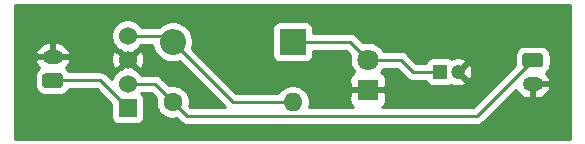
<source format=gtl>
G04 #@! TF.GenerationSoftware,KiCad,Pcbnew,(5.1.5)-3*
G04 #@! TF.CreationDate,2020-05-09T19:05:57+01:00*
G04 #@! TF.ProjectId,gardenlight,67617264-656e-46c6-9967-68742e6b6963,1.0.0*
G04 #@! TF.SameCoordinates,Original*
G04 #@! TF.FileFunction,Copper,L1,Top*
G04 #@! TF.FilePolarity,Positive*
%FSLAX46Y46*%
G04 Gerber Fmt 4.6, Leading zero omitted, Abs format (unit mm)*
G04 Created by KiCad (PCBNEW (5.1.5)-3) date 2020-05-09 19:05:57*
%MOMM*%
%LPD*%
G04 APERTURE LIST*
%ADD10O,1.750000X1.200000*%
%ADD11C,0.100000*%
%ADD12R,1.200000X1.200000*%
%ADD13C,1.200000*%
%ADD14R,2.200000X2.200000*%
%ADD15O,2.200000X2.200000*%
%ADD16R,1.800000X1.800000*%
%ADD17C,1.800000*%
%ADD18C,1.600000*%
%ADD19O,1.600000X1.600000*%
%ADD20R,1.524000X1.524000*%
%ADD21C,1.524000*%
%ADD22C,0.254000*%
G04 APERTURE END LIST*
D10*
X140970000Y-87376000D03*
G04 #@! TA.AperFunction,ComponentPad*
D11*
G36*
X141619505Y-84777204D02*
G01*
X141643773Y-84780804D01*
X141667572Y-84786765D01*
X141690671Y-84795030D01*
X141712850Y-84805520D01*
X141733893Y-84818132D01*
X141753599Y-84832747D01*
X141771777Y-84849223D01*
X141788253Y-84867401D01*
X141802868Y-84887107D01*
X141815480Y-84908150D01*
X141825970Y-84930329D01*
X141834235Y-84953428D01*
X141840196Y-84977227D01*
X141843796Y-85001495D01*
X141845000Y-85025999D01*
X141845000Y-85726001D01*
X141843796Y-85750505D01*
X141840196Y-85774773D01*
X141834235Y-85798572D01*
X141825970Y-85821671D01*
X141815480Y-85843850D01*
X141802868Y-85864893D01*
X141788253Y-85884599D01*
X141771777Y-85902777D01*
X141753599Y-85919253D01*
X141733893Y-85933868D01*
X141712850Y-85946480D01*
X141690671Y-85956970D01*
X141667572Y-85965235D01*
X141643773Y-85971196D01*
X141619505Y-85974796D01*
X141595001Y-85976000D01*
X140344999Y-85976000D01*
X140320495Y-85974796D01*
X140296227Y-85971196D01*
X140272428Y-85965235D01*
X140249329Y-85956970D01*
X140227150Y-85946480D01*
X140206107Y-85933868D01*
X140186401Y-85919253D01*
X140168223Y-85902777D01*
X140151747Y-85884599D01*
X140137132Y-85864893D01*
X140124520Y-85843850D01*
X140114030Y-85821671D01*
X140105765Y-85798572D01*
X140099804Y-85774773D01*
X140096204Y-85750505D01*
X140095000Y-85726001D01*
X140095000Y-85025999D01*
X140096204Y-85001495D01*
X140099804Y-84977227D01*
X140105765Y-84953428D01*
X140114030Y-84930329D01*
X140124520Y-84908150D01*
X140137132Y-84887107D01*
X140151747Y-84867401D01*
X140168223Y-84849223D01*
X140186401Y-84832747D01*
X140206107Y-84818132D01*
X140227150Y-84805520D01*
X140249329Y-84795030D01*
X140272428Y-84786765D01*
X140296227Y-84780804D01*
X140320495Y-84777204D01*
X140344999Y-84776000D01*
X141595001Y-84776000D01*
X141619505Y-84777204D01*
G37*
G04 #@! TD.AperFunction*
D12*
X133120000Y-86360000D03*
D13*
X134620000Y-86360000D03*
D14*
X120650000Y-83820000D03*
D15*
X110490000Y-83820000D03*
D16*
X127000000Y-87884000D03*
D17*
X127000000Y-85344000D03*
D18*
X110490000Y-88900000D03*
D19*
X120650000Y-88900000D03*
G04 #@! TA.AperFunction,ComponentPad*
D11*
G36*
X100979505Y-86491204D02*
G01*
X101003773Y-86494804D01*
X101027572Y-86500765D01*
X101050671Y-86509030D01*
X101072850Y-86519520D01*
X101093893Y-86532132D01*
X101113599Y-86546747D01*
X101131777Y-86563223D01*
X101148253Y-86581401D01*
X101162868Y-86601107D01*
X101175480Y-86622150D01*
X101185970Y-86644329D01*
X101194235Y-86667428D01*
X101200196Y-86691227D01*
X101203796Y-86715495D01*
X101205000Y-86739999D01*
X101205000Y-87440001D01*
X101203796Y-87464505D01*
X101200196Y-87488773D01*
X101194235Y-87512572D01*
X101185970Y-87535671D01*
X101175480Y-87557850D01*
X101162868Y-87578893D01*
X101148253Y-87598599D01*
X101131777Y-87616777D01*
X101113599Y-87633253D01*
X101093893Y-87647868D01*
X101072850Y-87660480D01*
X101050671Y-87670970D01*
X101027572Y-87679235D01*
X101003773Y-87685196D01*
X100979505Y-87688796D01*
X100955001Y-87690000D01*
X99704999Y-87690000D01*
X99680495Y-87688796D01*
X99656227Y-87685196D01*
X99632428Y-87679235D01*
X99609329Y-87670970D01*
X99587150Y-87660480D01*
X99566107Y-87647868D01*
X99546401Y-87633253D01*
X99528223Y-87616777D01*
X99511747Y-87598599D01*
X99497132Y-87578893D01*
X99484520Y-87557850D01*
X99474030Y-87535671D01*
X99465765Y-87512572D01*
X99459804Y-87488773D01*
X99456204Y-87464505D01*
X99455000Y-87440001D01*
X99455000Y-86739999D01*
X99456204Y-86715495D01*
X99459804Y-86691227D01*
X99465765Y-86667428D01*
X99474030Y-86644329D01*
X99484520Y-86622150D01*
X99497132Y-86601107D01*
X99511747Y-86581401D01*
X99528223Y-86563223D01*
X99546401Y-86546747D01*
X99566107Y-86532132D01*
X99587150Y-86519520D01*
X99609329Y-86509030D01*
X99632428Y-86500765D01*
X99656227Y-86494804D01*
X99680495Y-86491204D01*
X99704999Y-86490000D01*
X100955001Y-86490000D01*
X100979505Y-86491204D01*
G37*
G04 #@! TD.AperFunction*
D10*
X100330000Y-85090000D03*
D20*
X106680000Y-89408000D03*
D21*
X106680000Y-87376000D03*
X106680000Y-85344000D03*
X106680000Y-83312000D03*
D22*
X108966000Y-87376000D02*
X110490000Y-88900000D01*
X106680000Y-87376000D02*
X108966000Y-87376000D01*
X111289999Y-89699999D02*
X110490000Y-88900000D01*
X111671001Y-90081001D02*
X111289999Y-89699999D01*
X136264999Y-90081001D02*
X111671001Y-90081001D01*
X140970000Y-85376000D02*
X136264999Y-90081001D01*
X125476000Y-83820000D02*
X127000000Y-85344000D01*
X120650000Y-83820000D02*
X125476000Y-83820000D01*
X127000000Y-85344000D02*
X129794000Y-85344000D01*
X130810000Y-86360000D02*
X133120000Y-86360000D01*
X129794000Y-85344000D02*
X130810000Y-86360000D01*
X109982000Y-83312000D02*
X110490000Y-83820000D01*
X106680000Y-83312000D02*
X109982000Y-83312000D01*
X115570000Y-88900000D02*
X110490000Y-83820000D01*
X120650000Y-88900000D02*
X115570000Y-88900000D01*
X104362000Y-87090000D02*
X106680000Y-89408000D01*
X100330000Y-87090000D02*
X104362000Y-87090000D01*
G36*
X144120001Y-92050000D02*
G01*
X97180000Y-92050000D01*
X97180000Y-86739999D01*
X98816928Y-86739999D01*
X98816928Y-87440001D01*
X98833992Y-87613255D01*
X98884528Y-87779851D01*
X98966595Y-87933387D01*
X99077038Y-88067962D01*
X99211613Y-88178405D01*
X99365149Y-88260472D01*
X99531745Y-88311008D01*
X99704999Y-88328072D01*
X100955001Y-88328072D01*
X101128255Y-88311008D01*
X101294851Y-88260472D01*
X101448387Y-88178405D01*
X101582962Y-88067962D01*
X101693405Y-87933387D01*
X101736907Y-87852000D01*
X104046370Y-87852000D01*
X105279928Y-89085559D01*
X105279928Y-90170000D01*
X105292188Y-90294482D01*
X105328498Y-90414180D01*
X105387463Y-90524494D01*
X105466815Y-90621185D01*
X105563506Y-90700537D01*
X105673820Y-90759502D01*
X105793518Y-90795812D01*
X105918000Y-90808072D01*
X107442000Y-90808072D01*
X107566482Y-90795812D01*
X107686180Y-90759502D01*
X107796494Y-90700537D01*
X107893185Y-90621185D01*
X107972537Y-90524494D01*
X108031502Y-90414180D01*
X108067812Y-90294482D01*
X108080072Y-90170000D01*
X108080072Y-88646000D01*
X108067812Y-88521518D01*
X108031502Y-88401820D01*
X107972537Y-88291506D01*
X107893185Y-88194815D01*
X107841425Y-88152337D01*
X107851005Y-88138000D01*
X108650370Y-88138000D01*
X109090843Y-88578473D01*
X109055000Y-88758665D01*
X109055000Y-89041335D01*
X109110147Y-89318574D01*
X109218320Y-89579727D01*
X109375363Y-89814759D01*
X109575241Y-90014637D01*
X109810273Y-90171680D01*
X110071426Y-90279853D01*
X110348665Y-90335000D01*
X110631335Y-90335000D01*
X110811527Y-90299157D01*
X111105717Y-90593347D01*
X111129579Y-90622423D01*
X111245609Y-90717646D01*
X111377986Y-90788403D01*
X111521623Y-90831975D01*
X111633575Y-90843001D01*
X111633577Y-90843001D01*
X111671000Y-90846687D01*
X111708423Y-90843001D01*
X136227576Y-90843001D01*
X136264999Y-90846687D01*
X136302422Y-90843001D01*
X136302425Y-90843001D01*
X136414377Y-90831975D01*
X136558014Y-90788403D01*
X136690391Y-90717646D01*
X136806421Y-90622423D01*
X136830283Y-90593347D01*
X139559691Y-87863940D01*
X139597579Y-87956533D01*
X139731922Y-88159474D01*
X139903275Y-88332307D01*
X140105054Y-88468390D01*
X140329504Y-88562493D01*
X140568000Y-88611000D01*
X140843000Y-88611000D01*
X140843000Y-87503000D01*
X141097000Y-87503000D01*
X141097000Y-88611000D01*
X141372000Y-88611000D01*
X141610496Y-88562493D01*
X141834946Y-88468390D01*
X142036725Y-88332307D01*
X142208078Y-88159474D01*
X142342421Y-87956533D01*
X142434591Y-87731282D01*
X142438462Y-87693609D01*
X142313731Y-87503000D01*
X141097000Y-87503000D01*
X140843000Y-87503000D01*
X140823000Y-87503000D01*
X140823000Y-87249000D01*
X140843000Y-87249000D01*
X140843000Y-87229000D01*
X141097000Y-87229000D01*
X141097000Y-87249000D01*
X142313731Y-87249000D01*
X142438462Y-87058391D01*
X142434591Y-87020718D01*
X142342421Y-86795467D01*
X142208078Y-86592526D01*
X142083594Y-86466967D01*
X142088387Y-86464405D01*
X142222962Y-86353962D01*
X142333405Y-86219387D01*
X142415472Y-86065851D01*
X142466008Y-85899255D01*
X142483072Y-85726001D01*
X142483072Y-85025999D01*
X142466008Y-84852745D01*
X142415472Y-84686149D01*
X142333405Y-84532613D01*
X142222962Y-84398038D01*
X142088387Y-84287595D01*
X141934851Y-84205528D01*
X141768255Y-84154992D01*
X141595001Y-84137928D01*
X140344999Y-84137928D01*
X140171745Y-84154992D01*
X140005149Y-84205528D01*
X139851613Y-84287595D01*
X139717038Y-84398038D01*
X139606595Y-84532613D01*
X139524528Y-84686149D01*
X139473992Y-84852745D01*
X139456928Y-85025999D01*
X139456928Y-85726001D01*
X139464589Y-85803781D01*
X135949369Y-89319001D01*
X128246143Y-89319001D01*
X128254494Y-89314537D01*
X128351185Y-89235185D01*
X128430537Y-89138494D01*
X128489502Y-89028180D01*
X128525812Y-88908482D01*
X128538072Y-88784000D01*
X128535000Y-88169750D01*
X128376250Y-88011000D01*
X127127000Y-88011000D01*
X127127000Y-88031000D01*
X126873000Y-88031000D01*
X126873000Y-88011000D01*
X125623750Y-88011000D01*
X125465000Y-88169750D01*
X125461928Y-88784000D01*
X125474188Y-88908482D01*
X125510498Y-89028180D01*
X125569463Y-89138494D01*
X125648815Y-89235185D01*
X125745506Y-89314537D01*
X125753857Y-89319001D01*
X122029676Y-89319001D01*
X122029853Y-89318574D01*
X122085000Y-89041335D01*
X122085000Y-88758665D01*
X122029853Y-88481426D01*
X121921680Y-88220273D01*
X121764637Y-87985241D01*
X121564759Y-87785363D01*
X121329727Y-87628320D01*
X121068574Y-87520147D01*
X120791335Y-87465000D01*
X120508665Y-87465000D01*
X120231426Y-87520147D01*
X119970273Y-87628320D01*
X119735241Y-87785363D01*
X119535363Y-87985241D01*
X119433293Y-88138000D01*
X115885631Y-88138000D01*
X112133542Y-84385912D01*
X112158325Y-84326081D01*
X112225000Y-83990883D01*
X112225000Y-83649117D01*
X112158325Y-83313919D01*
X112027537Y-82998169D01*
X111841671Y-82720000D01*
X118911928Y-82720000D01*
X118911928Y-84920000D01*
X118924188Y-85044482D01*
X118960498Y-85164180D01*
X119019463Y-85274494D01*
X119098815Y-85371185D01*
X119195506Y-85450537D01*
X119305820Y-85509502D01*
X119425518Y-85545812D01*
X119550000Y-85558072D01*
X121750000Y-85558072D01*
X121874482Y-85545812D01*
X121994180Y-85509502D01*
X122104494Y-85450537D01*
X122201185Y-85371185D01*
X122280537Y-85274494D01*
X122339502Y-85164180D01*
X122375812Y-85044482D01*
X122388072Y-84920000D01*
X122388072Y-84582000D01*
X125160370Y-84582000D01*
X125515799Y-84937430D01*
X125465000Y-85192816D01*
X125465000Y-85495184D01*
X125523989Y-85791743D01*
X125639701Y-86071095D01*
X125807688Y-86322505D01*
X125874127Y-86388944D01*
X125855820Y-86394498D01*
X125745506Y-86453463D01*
X125648815Y-86532815D01*
X125569463Y-86629506D01*
X125510498Y-86739820D01*
X125474188Y-86859518D01*
X125461928Y-86984000D01*
X125465000Y-87598250D01*
X125623750Y-87757000D01*
X126873000Y-87757000D01*
X126873000Y-87737000D01*
X127127000Y-87737000D01*
X127127000Y-87757000D01*
X128376250Y-87757000D01*
X128535000Y-87598250D01*
X128538072Y-86984000D01*
X128525812Y-86859518D01*
X128489502Y-86739820D01*
X128430537Y-86629506D01*
X128351185Y-86532815D01*
X128254494Y-86453463D01*
X128144180Y-86394498D01*
X128125873Y-86388944D01*
X128192312Y-86322505D01*
X128336976Y-86106000D01*
X129478370Y-86106000D01*
X130244721Y-86872351D01*
X130268578Y-86901422D01*
X130297648Y-86925279D01*
X130384607Y-86996645D01*
X130429645Y-87020718D01*
X130516985Y-87067402D01*
X130660622Y-87110974D01*
X130772574Y-87122000D01*
X130772577Y-87122000D01*
X130810000Y-87125686D01*
X130847423Y-87122000D01*
X131905569Y-87122000D01*
X131930498Y-87204180D01*
X131989463Y-87314494D01*
X132068815Y-87411185D01*
X132165506Y-87490537D01*
X132275820Y-87549502D01*
X132395518Y-87585812D01*
X132520000Y-87598072D01*
X133720000Y-87598072D01*
X133844482Y-87585812D01*
X133964180Y-87549502D01*
X134074494Y-87490537D01*
X134091681Y-87476432D01*
X134218516Y-87534237D01*
X134455313Y-87590000D01*
X134698438Y-87598495D01*
X134938549Y-87559395D01*
X135166418Y-87474202D01*
X135242852Y-87433348D01*
X135290159Y-87209764D01*
X134620000Y-86539605D01*
X134605858Y-86553748D01*
X134426253Y-86374143D01*
X134440395Y-86360000D01*
X134799605Y-86360000D01*
X135469764Y-87030159D01*
X135693348Y-86982852D01*
X135794237Y-86761484D01*
X135850000Y-86524687D01*
X135858495Y-86281562D01*
X135819395Y-86041451D01*
X135734202Y-85813582D01*
X135693348Y-85737148D01*
X135469764Y-85689841D01*
X134799605Y-86360000D01*
X134440395Y-86360000D01*
X134426253Y-86345858D01*
X134605858Y-86166253D01*
X134620000Y-86180395D01*
X135290159Y-85510236D01*
X135242852Y-85286652D01*
X135021484Y-85185763D01*
X134784687Y-85130000D01*
X134541562Y-85121505D01*
X134301451Y-85160605D01*
X134087883Y-85240451D01*
X134074494Y-85229463D01*
X133964180Y-85170498D01*
X133844482Y-85134188D01*
X133720000Y-85121928D01*
X132520000Y-85121928D01*
X132395518Y-85134188D01*
X132275820Y-85170498D01*
X132165506Y-85229463D01*
X132068815Y-85308815D01*
X131989463Y-85405506D01*
X131930498Y-85515820D01*
X131905569Y-85598000D01*
X131125631Y-85598000D01*
X130359284Y-84831654D01*
X130335422Y-84802578D01*
X130219392Y-84707355D01*
X130087015Y-84636598D01*
X129943378Y-84593026D01*
X129831426Y-84582000D01*
X129831423Y-84582000D01*
X129794000Y-84578314D01*
X129756577Y-84582000D01*
X128336976Y-84582000D01*
X128192312Y-84365495D01*
X127978505Y-84151688D01*
X127727095Y-83983701D01*
X127447743Y-83867989D01*
X127151184Y-83809000D01*
X126848816Y-83809000D01*
X126593430Y-83859799D01*
X126041284Y-83307654D01*
X126017422Y-83278578D01*
X125901392Y-83183355D01*
X125769015Y-83112598D01*
X125625378Y-83069026D01*
X125513426Y-83058000D01*
X125513423Y-83058000D01*
X125476000Y-83054314D01*
X125438577Y-83058000D01*
X122388072Y-83058000D01*
X122388072Y-82720000D01*
X122375812Y-82595518D01*
X122339502Y-82475820D01*
X122280537Y-82365506D01*
X122201185Y-82268815D01*
X122104494Y-82189463D01*
X121994180Y-82130498D01*
X121874482Y-82094188D01*
X121750000Y-82081928D01*
X119550000Y-82081928D01*
X119425518Y-82094188D01*
X119305820Y-82130498D01*
X119195506Y-82189463D01*
X119098815Y-82268815D01*
X119019463Y-82365506D01*
X118960498Y-82475820D01*
X118924188Y-82595518D01*
X118911928Y-82720000D01*
X111841671Y-82720000D01*
X111837663Y-82714002D01*
X111595998Y-82472337D01*
X111311831Y-82282463D01*
X110996081Y-82151675D01*
X110660883Y-82085000D01*
X110319117Y-82085000D01*
X109983919Y-82151675D01*
X109668169Y-82282463D01*
X109384002Y-82472337D01*
X109306339Y-82550000D01*
X107851005Y-82550000D01*
X107765120Y-82421465D01*
X107570535Y-82226880D01*
X107341727Y-82073995D01*
X107087490Y-81968686D01*
X106817592Y-81915000D01*
X106542408Y-81915000D01*
X106272510Y-81968686D01*
X106018273Y-82073995D01*
X105789465Y-82226880D01*
X105594880Y-82421465D01*
X105441995Y-82650273D01*
X105336686Y-82904510D01*
X105283000Y-83174408D01*
X105283000Y-83449592D01*
X105336686Y-83719490D01*
X105441995Y-83973727D01*
X105594880Y-84202535D01*
X105789465Y-84397120D01*
X106018273Y-84550005D01*
X106099083Y-84583478D01*
X106680000Y-85164395D01*
X107260917Y-84583478D01*
X107341727Y-84550005D01*
X107570535Y-84397120D01*
X107765120Y-84202535D01*
X107851005Y-84074000D01*
X108771533Y-84074000D01*
X108821675Y-84326081D01*
X108952463Y-84641831D01*
X109142337Y-84925998D01*
X109384002Y-85167663D01*
X109668169Y-85357537D01*
X109983919Y-85488325D01*
X110319117Y-85555000D01*
X110660883Y-85555000D01*
X110996081Y-85488325D01*
X111055912Y-85463542D01*
X114911370Y-89319001D01*
X111986631Y-89319001D01*
X111889157Y-89221527D01*
X111925000Y-89041335D01*
X111925000Y-88758665D01*
X111869853Y-88481426D01*
X111761680Y-88220273D01*
X111604637Y-87985241D01*
X111404759Y-87785363D01*
X111169727Y-87628320D01*
X110908574Y-87520147D01*
X110631335Y-87465000D01*
X110348665Y-87465000D01*
X110168473Y-87500843D01*
X109531284Y-86863654D01*
X109507422Y-86834578D01*
X109391392Y-86739355D01*
X109259015Y-86668598D01*
X109115378Y-86625026D01*
X109003426Y-86614000D01*
X109003423Y-86614000D01*
X108966000Y-86610314D01*
X108928577Y-86614000D01*
X107851005Y-86614000D01*
X107765120Y-86485465D01*
X107570535Y-86290880D01*
X107341727Y-86137995D01*
X107260917Y-86104522D01*
X106680000Y-85523605D01*
X106099083Y-86104522D01*
X106018273Y-86137995D01*
X105789465Y-86290880D01*
X105594880Y-86485465D01*
X105441995Y-86714273D01*
X105336686Y-86968510D01*
X105333609Y-86983979D01*
X104927284Y-86577654D01*
X104903422Y-86548578D01*
X104787392Y-86453355D01*
X104655015Y-86382598D01*
X104511378Y-86339026D01*
X104399426Y-86328000D01*
X104399423Y-86328000D01*
X104362000Y-86324314D01*
X104324577Y-86328000D01*
X101736907Y-86328000D01*
X101693405Y-86246613D01*
X101582962Y-86112038D01*
X101448387Y-86001595D01*
X101443594Y-85999033D01*
X101568078Y-85873474D01*
X101702421Y-85670533D01*
X101794591Y-85445282D01*
X101797598Y-85416017D01*
X105278090Y-85416017D01*
X105319078Y-85688133D01*
X105412364Y-85947023D01*
X105474344Y-86062980D01*
X105714435Y-86129960D01*
X106500395Y-85344000D01*
X106859605Y-85344000D01*
X107645565Y-86129960D01*
X107885656Y-86062980D01*
X108002756Y-85813952D01*
X108069023Y-85546865D01*
X108081910Y-85271983D01*
X108040922Y-84999867D01*
X107947636Y-84740977D01*
X107885656Y-84625020D01*
X107645565Y-84558040D01*
X106859605Y-85344000D01*
X106500395Y-85344000D01*
X105714435Y-84558040D01*
X105474344Y-84625020D01*
X105357244Y-84874048D01*
X105290977Y-85141135D01*
X105278090Y-85416017D01*
X101797598Y-85416017D01*
X101798462Y-85407609D01*
X101673731Y-85217000D01*
X100457000Y-85217000D01*
X100457000Y-85237000D01*
X100203000Y-85237000D01*
X100203000Y-85217000D01*
X98986269Y-85217000D01*
X98861538Y-85407609D01*
X98865409Y-85445282D01*
X98957579Y-85670533D01*
X99091922Y-85873474D01*
X99216406Y-85999033D01*
X99211613Y-86001595D01*
X99077038Y-86112038D01*
X98966595Y-86246613D01*
X98884528Y-86400149D01*
X98833992Y-86566745D01*
X98816928Y-86739999D01*
X97180000Y-86739999D01*
X97180000Y-84772391D01*
X98861538Y-84772391D01*
X98986269Y-84963000D01*
X100203000Y-84963000D01*
X100203000Y-83855000D01*
X100457000Y-83855000D01*
X100457000Y-84963000D01*
X101673731Y-84963000D01*
X101798462Y-84772391D01*
X101794591Y-84734718D01*
X101702421Y-84509467D01*
X101568078Y-84306526D01*
X101396725Y-84133693D01*
X101194946Y-83997610D01*
X100970496Y-83903507D01*
X100732000Y-83855000D01*
X100457000Y-83855000D01*
X100203000Y-83855000D01*
X99928000Y-83855000D01*
X99689504Y-83903507D01*
X99465054Y-83997610D01*
X99263275Y-84133693D01*
X99091922Y-84306526D01*
X98957579Y-84509467D01*
X98865409Y-84734718D01*
X98861538Y-84772391D01*
X97180000Y-84772391D01*
X97180000Y-80670000D01*
X144120000Y-80670000D01*
X144120001Y-92050000D01*
G37*
X144120001Y-92050000D02*
X97180000Y-92050000D01*
X97180000Y-86739999D01*
X98816928Y-86739999D01*
X98816928Y-87440001D01*
X98833992Y-87613255D01*
X98884528Y-87779851D01*
X98966595Y-87933387D01*
X99077038Y-88067962D01*
X99211613Y-88178405D01*
X99365149Y-88260472D01*
X99531745Y-88311008D01*
X99704999Y-88328072D01*
X100955001Y-88328072D01*
X101128255Y-88311008D01*
X101294851Y-88260472D01*
X101448387Y-88178405D01*
X101582962Y-88067962D01*
X101693405Y-87933387D01*
X101736907Y-87852000D01*
X104046370Y-87852000D01*
X105279928Y-89085559D01*
X105279928Y-90170000D01*
X105292188Y-90294482D01*
X105328498Y-90414180D01*
X105387463Y-90524494D01*
X105466815Y-90621185D01*
X105563506Y-90700537D01*
X105673820Y-90759502D01*
X105793518Y-90795812D01*
X105918000Y-90808072D01*
X107442000Y-90808072D01*
X107566482Y-90795812D01*
X107686180Y-90759502D01*
X107796494Y-90700537D01*
X107893185Y-90621185D01*
X107972537Y-90524494D01*
X108031502Y-90414180D01*
X108067812Y-90294482D01*
X108080072Y-90170000D01*
X108080072Y-88646000D01*
X108067812Y-88521518D01*
X108031502Y-88401820D01*
X107972537Y-88291506D01*
X107893185Y-88194815D01*
X107841425Y-88152337D01*
X107851005Y-88138000D01*
X108650370Y-88138000D01*
X109090843Y-88578473D01*
X109055000Y-88758665D01*
X109055000Y-89041335D01*
X109110147Y-89318574D01*
X109218320Y-89579727D01*
X109375363Y-89814759D01*
X109575241Y-90014637D01*
X109810273Y-90171680D01*
X110071426Y-90279853D01*
X110348665Y-90335000D01*
X110631335Y-90335000D01*
X110811527Y-90299157D01*
X111105717Y-90593347D01*
X111129579Y-90622423D01*
X111245609Y-90717646D01*
X111377986Y-90788403D01*
X111521623Y-90831975D01*
X111633575Y-90843001D01*
X111633577Y-90843001D01*
X111671000Y-90846687D01*
X111708423Y-90843001D01*
X136227576Y-90843001D01*
X136264999Y-90846687D01*
X136302422Y-90843001D01*
X136302425Y-90843001D01*
X136414377Y-90831975D01*
X136558014Y-90788403D01*
X136690391Y-90717646D01*
X136806421Y-90622423D01*
X136830283Y-90593347D01*
X139559691Y-87863940D01*
X139597579Y-87956533D01*
X139731922Y-88159474D01*
X139903275Y-88332307D01*
X140105054Y-88468390D01*
X140329504Y-88562493D01*
X140568000Y-88611000D01*
X140843000Y-88611000D01*
X140843000Y-87503000D01*
X141097000Y-87503000D01*
X141097000Y-88611000D01*
X141372000Y-88611000D01*
X141610496Y-88562493D01*
X141834946Y-88468390D01*
X142036725Y-88332307D01*
X142208078Y-88159474D01*
X142342421Y-87956533D01*
X142434591Y-87731282D01*
X142438462Y-87693609D01*
X142313731Y-87503000D01*
X141097000Y-87503000D01*
X140843000Y-87503000D01*
X140823000Y-87503000D01*
X140823000Y-87249000D01*
X140843000Y-87249000D01*
X140843000Y-87229000D01*
X141097000Y-87229000D01*
X141097000Y-87249000D01*
X142313731Y-87249000D01*
X142438462Y-87058391D01*
X142434591Y-87020718D01*
X142342421Y-86795467D01*
X142208078Y-86592526D01*
X142083594Y-86466967D01*
X142088387Y-86464405D01*
X142222962Y-86353962D01*
X142333405Y-86219387D01*
X142415472Y-86065851D01*
X142466008Y-85899255D01*
X142483072Y-85726001D01*
X142483072Y-85025999D01*
X142466008Y-84852745D01*
X142415472Y-84686149D01*
X142333405Y-84532613D01*
X142222962Y-84398038D01*
X142088387Y-84287595D01*
X141934851Y-84205528D01*
X141768255Y-84154992D01*
X141595001Y-84137928D01*
X140344999Y-84137928D01*
X140171745Y-84154992D01*
X140005149Y-84205528D01*
X139851613Y-84287595D01*
X139717038Y-84398038D01*
X139606595Y-84532613D01*
X139524528Y-84686149D01*
X139473992Y-84852745D01*
X139456928Y-85025999D01*
X139456928Y-85726001D01*
X139464589Y-85803781D01*
X135949369Y-89319001D01*
X128246143Y-89319001D01*
X128254494Y-89314537D01*
X128351185Y-89235185D01*
X128430537Y-89138494D01*
X128489502Y-89028180D01*
X128525812Y-88908482D01*
X128538072Y-88784000D01*
X128535000Y-88169750D01*
X128376250Y-88011000D01*
X127127000Y-88011000D01*
X127127000Y-88031000D01*
X126873000Y-88031000D01*
X126873000Y-88011000D01*
X125623750Y-88011000D01*
X125465000Y-88169750D01*
X125461928Y-88784000D01*
X125474188Y-88908482D01*
X125510498Y-89028180D01*
X125569463Y-89138494D01*
X125648815Y-89235185D01*
X125745506Y-89314537D01*
X125753857Y-89319001D01*
X122029676Y-89319001D01*
X122029853Y-89318574D01*
X122085000Y-89041335D01*
X122085000Y-88758665D01*
X122029853Y-88481426D01*
X121921680Y-88220273D01*
X121764637Y-87985241D01*
X121564759Y-87785363D01*
X121329727Y-87628320D01*
X121068574Y-87520147D01*
X120791335Y-87465000D01*
X120508665Y-87465000D01*
X120231426Y-87520147D01*
X119970273Y-87628320D01*
X119735241Y-87785363D01*
X119535363Y-87985241D01*
X119433293Y-88138000D01*
X115885631Y-88138000D01*
X112133542Y-84385912D01*
X112158325Y-84326081D01*
X112225000Y-83990883D01*
X112225000Y-83649117D01*
X112158325Y-83313919D01*
X112027537Y-82998169D01*
X111841671Y-82720000D01*
X118911928Y-82720000D01*
X118911928Y-84920000D01*
X118924188Y-85044482D01*
X118960498Y-85164180D01*
X119019463Y-85274494D01*
X119098815Y-85371185D01*
X119195506Y-85450537D01*
X119305820Y-85509502D01*
X119425518Y-85545812D01*
X119550000Y-85558072D01*
X121750000Y-85558072D01*
X121874482Y-85545812D01*
X121994180Y-85509502D01*
X122104494Y-85450537D01*
X122201185Y-85371185D01*
X122280537Y-85274494D01*
X122339502Y-85164180D01*
X122375812Y-85044482D01*
X122388072Y-84920000D01*
X122388072Y-84582000D01*
X125160370Y-84582000D01*
X125515799Y-84937430D01*
X125465000Y-85192816D01*
X125465000Y-85495184D01*
X125523989Y-85791743D01*
X125639701Y-86071095D01*
X125807688Y-86322505D01*
X125874127Y-86388944D01*
X125855820Y-86394498D01*
X125745506Y-86453463D01*
X125648815Y-86532815D01*
X125569463Y-86629506D01*
X125510498Y-86739820D01*
X125474188Y-86859518D01*
X125461928Y-86984000D01*
X125465000Y-87598250D01*
X125623750Y-87757000D01*
X126873000Y-87757000D01*
X126873000Y-87737000D01*
X127127000Y-87737000D01*
X127127000Y-87757000D01*
X128376250Y-87757000D01*
X128535000Y-87598250D01*
X128538072Y-86984000D01*
X128525812Y-86859518D01*
X128489502Y-86739820D01*
X128430537Y-86629506D01*
X128351185Y-86532815D01*
X128254494Y-86453463D01*
X128144180Y-86394498D01*
X128125873Y-86388944D01*
X128192312Y-86322505D01*
X128336976Y-86106000D01*
X129478370Y-86106000D01*
X130244721Y-86872351D01*
X130268578Y-86901422D01*
X130297648Y-86925279D01*
X130384607Y-86996645D01*
X130429645Y-87020718D01*
X130516985Y-87067402D01*
X130660622Y-87110974D01*
X130772574Y-87122000D01*
X130772577Y-87122000D01*
X130810000Y-87125686D01*
X130847423Y-87122000D01*
X131905569Y-87122000D01*
X131930498Y-87204180D01*
X131989463Y-87314494D01*
X132068815Y-87411185D01*
X132165506Y-87490537D01*
X132275820Y-87549502D01*
X132395518Y-87585812D01*
X132520000Y-87598072D01*
X133720000Y-87598072D01*
X133844482Y-87585812D01*
X133964180Y-87549502D01*
X134074494Y-87490537D01*
X134091681Y-87476432D01*
X134218516Y-87534237D01*
X134455313Y-87590000D01*
X134698438Y-87598495D01*
X134938549Y-87559395D01*
X135166418Y-87474202D01*
X135242852Y-87433348D01*
X135290159Y-87209764D01*
X134620000Y-86539605D01*
X134605858Y-86553748D01*
X134426253Y-86374143D01*
X134440395Y-86360000D01*
X134799605Y-86360000D01*
X135469764Y-87030159D01*
X135693348Y-86982852D01*
X135794237Y-86761484D01*
X135850000Y-86524687D01*
X135858495Y-86281562D01*
X135819395Y-86041451D01*
X135734202Y-85813582D01*
X135693348Y-85737148D01*
X135469764Y-85689841D01*
X134799605Y-86360000D01*
X134440395Y-86360000D01*
X134426253Y-86345858D01*
X134605858Y-86166253D01*
X134620000Y-86180395D01*
X135290159Y-85510236D01*
X135242852Y-85286652D01*
X135021484Y-85185763D01*
X134784687Y-85130000D01*
X134541562Y-85121505D01*
X134301451Y-85160605D01*
X134087883Y-85240451D01*
X134074494Y-85229463D01*
X133964180Y-85170498D01*
X133844482Y-85134188D01*
X133720000Y-85121928D01*
X132520000Y-85121928D01*
X132395518Y-85134188D01*
X132275820Y-85170498D01*
X132165506Y-85229463D01*
X132068815Y-85308815D01*
X131989463Y-85405506D01*
X131930498Y-85515820D01*
X131905569Y-85598000D01*
X131125631Y-85598000D01*
X130359284Y-84831654D01*
X130335422Y-84802578D01*
X130219392Y-84707355D01*
X130087015Y-84636598D01*
X129943378Y-84593026D01*
X129831426Y-84582000D01*
X129831423Y-84582000D01*
X129794000Y-84578314D01*
X129756577Y-84582000D01*
X128336976Y-84582000D01*
X128192312Y-84365495D01*
X127978505Y-84151688D01*
X127727095Y-83983701D01*
X127447743Y-83867989D01*
X127151184Y-83809000D01*
X126848816Y-83809000D01*
X126593430Y-83859799D01*
X126041284Y-83307654D01*
X126017422Y-83278578D01*
X125901392Y-83183355D01*
X125769015Y-83112598D01*
X125625378Y-83069026D01*
X125513426Y-83058000D01*
X125513423Y-83058000D01*
X125476000Y-83054314D01*
X125438577Y-83058000D01*
X122388072Y-83058000D01*
X122388072Y-82720000D01*
X122375812Y-82595518D01*
X122339502Y-82475820D01*
X122280537Y-82365506D01*
X122201185Y-82268815D01*
X122104494Y-82189463D01*
X121994180Y-82130498D01*
X121874482Y-82094188D01*
X121750000Y-82081928D01*
X119550000Y-82081928D01*
X119425518Y-82094188D01*
X119305820Y-82130498D01*
X119195506Y-82189463D01*
X119098815Y-82268815D01*
X119019463Y-82365506D01*
X118960498Y-82475820D01*
X118924188Y-82595518D01*
X118911928Y-82720000D01*
X111841671Y-82720000D01*
X111837663Y-82714002D01*
X111595998Y-82472337D01*
X111311831Y-82282463D01*
X110996081Y-82151675D01*
X110660883Y-82085000D01*
X110319117Y-82085000D01*
X109983919Y-82151675D01*
X109668169Y-82282463D01*
X109384002Y-82472337D01*
X109306339Y-82550000D01*
X107851005Y-82550000D01*
X107765120Y-82421465D01*
X107570535Y-82226880D01*
X107341727Y-82073995D01*
X107087490Y-81968686D01*
X106817592Y-81915000D01*
X106542408Y-81915000D01*
X106272510Y-81968686D01*
X106018273Y-82073995D01*
X105789465Y-82226880D01*
X105594880Y-82421465D01*
X105441995Y-82650273D01*
X105336686Y-82904510D01*
X105283000Y-83174408D01*
X105283000Y-83449592D01*
X105336686Y-83719490D01*
X105441995Y-83973727D01*
X105594880Y-84202535D01*
X105789465Y-84397120D01*
X106018273Y-84550005D01*
X106099083Y-84583478D01*
X106680000Y-85164395D01*
X107260917Y-84583478D01*
X107341727Y-84550005D01*
X107570535Y-84397120D01*
X107765120Y-84202535D01*
X107851005Y-84074000D01*
X108771533Y-84074000D01*
X108821675Y-84326081D01*
X108952463Y-84641831D01*
X109142337Y-84925998D01*
X109384002Y-85167663D01*
X109668169Y-85357537D01*
X109983919Y-85488325D01*
X110319117Y-85555000D01*
X110660883Y-85555000D01*
X110996081Y-85488325D01*
X111055912Y-85463542D01*
X114911370Y-89319001D01*
X111986631Y-89319001D01*
X111889157Y-89221527D01*
X111925000Y-89041335D01*
X111925000Y-88758665D01*
X111869853Y-88481426D01*
X111761680Y-88220273D01*
X111604637Y-87985241D01*
X111404759Y-87785363D01*
X111169727Y-87628320D01*
X110908574Y-87520147D01*
X110631335Y-87465000D01*
X110348665Y-87465000D01*
X110168473Y-87500843D01*
X109531284Y-86863654D01*
X109507422Y-86834578D01*
X109391392Y-86739355D01*
X109259015Y-86668598D01*
X109115378Y-86625026D01*
X109003426Y-86614000D01*
X109003423Y-86614000D01*
X108966000Y-86610314D01*
X108928577Y-86614000D01*
X107851005Y-86614000D01*
X107765120Y-86485465D01*
X107570535Y-86290880D01*
X107341727Y-86137995D01*
X107260917Y-86104522D01*
X106680000Y-85523605D01*
X106099083Y-86104522D01*
X106018273Y-86137995D01*
X105789465Y-86290880D01*
X105594880Y-86485465D01*
X105441995Y-86714273D01*
X105336686Y-86968510D01*
X105333609Y-86983979D01*
X104927284Y-86577654D01*
X104903422Y-86548578D01*
X104787392Y-86453355D01*
X104655015Y-86382598D01*
X104511378Y-86339026D01*
X104399426Y-86328000D01*
X104399423Y-86328000D01*
X104362000Y-86324314D01*
X104324577Y-86328000D01*
X101736907Y-86328000D01*
X101693405Y-86246613D01*
X101582962Y-86112038D01*
X101448387Y-86001595D01*
X101443594Y-85999033D01*
X101568078Y-85873474D01*
X101702421Y-85670533D01*
X101794591Y-85445282D01*
X101797598Y-85416017D01*
X105278090Y-85416017D01*
X105319078Y-85688133D01*
X105412364Y-85947023D01*
X105474344Y-86062980D01*
X105714435Y-86129960D01*
X106500395Y-85344000D01*
X106859605Y-85344000D01*
X107645565Y-86129960D01*
X107885656Y-86062980D01*
X108002756Y-85813952D01*
X108069023Y-85546865D01*
X108081910Y-85271983D01*
X108040922Y-84999867D01*
X107947636Y-84740977D01*
X107885656Y-84625020D01*
X107645565Y-84558040D01*
X106859605Y-85344000D01*
X106500395Y-85344000D01*
X105714435Y-84558040D01*
X105474344Y-84625020D01*
X105357244Y-84874048D01*
X105290977Y-85141135D01*
X105278090Y-85416017D01*
X101797598Y-85416017D01*
X101798462Y-85407609D01*
X101673731Y-85217000D01*
X100457000Y-85217000D01*
X100457000Y-85237000D01*
X100203000Y-85237000D01*
X100203000Y-85217000D01*
X98986269Y-85217000D01*
X98861538Y-85407609D01*
X98865409Y-85445282D01*
X98957579Y-85670533D01*
X99091922Y-85873474D01*
X99216406Y-85999033D01*
X99211613Y-86001595D01*
X99077038Y-86112038D01*
X98966595Y-86246613D01*
X98884528Y-86400149D01*
X98833992Y-86566745D01*
X98816928Y-86739999D01*
X97180000Y-86739999D01*
X97180000Y-84772391D01*
X98861538Y-84772391D01*
X98986269Y-84963000D01*
X100203000Y-84963000D01*
X100203000Y-83855000D01*
X100457000Y-83855000D01*
X100457000Y-84963000D01*
X101673731Y-84963000D01*
X101798462Y-84772391D01*
X101794591Y-84734718D01*
X101702421Y-84509467D01*
X101568078Y-84306526D01*
X101396725Y-84133693D01*
X101194946Y-83997610D01*
X100970496Y-83903507D01*
X100732000Y-83855000D01*
X100457000Y-83855000D01*
X100203000Y-83855000D01*
X99928000Y-83855000D01*
X99689504Y-83903507D01*
X99465054Y-83997610D01*
X99263275Y-84133693D01*
X99091922Y-84306526D01*
X98957579Y-84509467D01*
X98865409Y-84734718D01*
X98861538Y-84772391D01*
X97180000Y-84772391D01*
X97180000Y-80670000D01*
X144120000Y-80670000D01*
X144120001Y-92050000D01*
M02*

</source>
